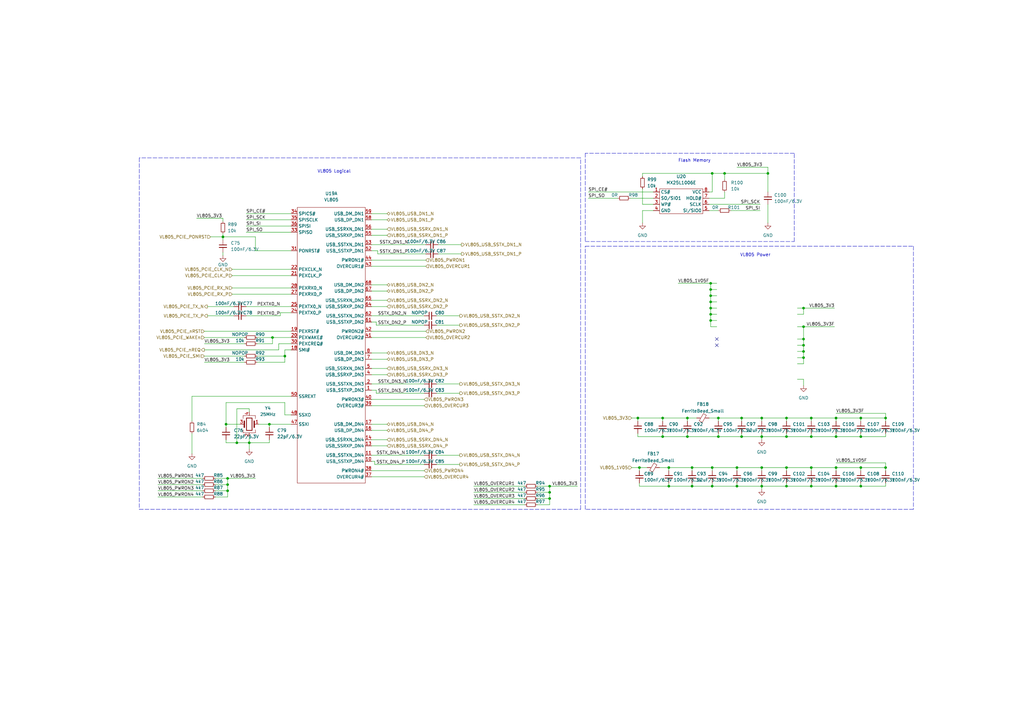
<source format=kicad_sch>
(kicad_sch (version 20211123) (generator eeschema)
  (paper "A3")
  (lib_symbols
    (symbol "Device:Crystal_GND24" (pin_names (offset 1.016) hide)
      (property "Reference" "Y" (at 3.175 5.08 0))
      (property "Value" "Crystal_GND24" (at 3.175 3.175 0))
      (symbol "Crystal_GND24_0_1"
        (rectangle (start -1.143 2.54) (end 1.143 -2.54) (stroke (width 0.3048)))
        (polyline (pts (xy -2.54 0) (xy -2.032 0)))
        (polyline (pts (xy -2.032 -1.27) (xy -2.032 1.27)) (stroke (width 0.508)))
        (polyline (pts (xy 0 -3.81) (xy 0 -3.556)))
        (polyline (pts (xy 0 3.556) (xy 0 3.81)))
        (polyline (pts (xy 2.032 -1.27) (xy 2.032 1.27)) (stroke (width 0.508)))
        (polyline (pts (xy 2.032 0) (xy 2.54 0)))
        (polyline (pts (xy -2.54 -2.286) (xy -2.54 -3.556) (xy 2.54 -3.556) (xy 2.54 -2.286)))
        (polyline (pts (xy -2.54 2.286) (xy -2.54 3.556) (xy 2.54 3.556) (xy 2.54 2.286)))
      )
      (symbol "Crystal_GND24_1_1"
        (pin passive line (at -3.81 0 0) (length 1.27) (name "1") (number "1"))
        (pin passive line (at 0 5.08 270) (length 1.27) (name "2") (number "2"))
        (pin passive line (at 3.81 0 180) (length 1.27) (name "3") (number "3"))
        (pin passive line (at 0 -5.08 90) (length 1.27) (name "4") (number "4"))
      )
    )
    (symbol "Device:FerriteBead_Small" (pin_numbers hide) (pin_names (offset 0))
      (property "Reference" "FB" (at 1.905 1.27 0))
      (property "Value" "FerriteBead_Small" (at 1.905 -1.27 0))
      (symbol "FerriteBead_Small_0_1"
        (polyline (pts (xy 0 -1.27) (xy 0 -0.7874)))
        (polyline (pts (xy 0 0.889) (xy 0 1.2954)))
        (polyline (pts (xy -1.8288 0.2794) (xy -1.1176 1.4986) (xy 1.8288 -0.2032) (xy 1.1176 -1.4224) (xy -1.8288 0.2794)))
      )
      (symbol "FerriteBead_Small_1_1"
        (pin passive line (at 0 2.54 270) (length 1.27) (name "~") (number "1"))
        (pin passive line (at 0 -2.54 90) (length 1.27) (name "~") (number "2"))
      )
    )
    (symbol "VL805_2"
      (property "Reference" "U" (at 0 3.81 0))
      (property "Value" "VL805_2" (at 0 1.27 0))
      (symbol "VL805_2_1_1"
        (rectangle (start -13.97 0) (end 13.97 -113.03) (stroke (width 0.1524)))
        (pin input line (at 16.51 -74.93 180) (length 2.54) (name "USB_SSTXP_DN3") (number "1"))
        (pin input line (at 16.51 -104.14 180) (length 2.54) (name "USB_SSTXP_DN4") (number "10"))
        (pin input line (at 16.51 -101.6 180) (length 2.54) (name "USB_SSTXN_DN4") (number "11"))
        (pin input line (at 16.51 -97.79 180) (length 2.54) (name "USB_SSRXP_DN4") (number "13"))
        (pin input line (at 16.51 -95.25 180) (length 2.54) (name "USB_SSRXN_DN4") (number "14"))
        (pin input line (at 16.51 -91.44 180) (length 2.54) (name "USB_DP_DN4") (number "16"))
        (pin input line (at 16.51 -88.9 180) (length 2.54) (name "USB_DM_DN4") (number "17"))
        (pin input line (at -16.51 -58.42 0) (length 2.54) (name "SMI#") (number "18"))
        (pin input line (at -16.51 -50.8 0) (length 2.54) (name "PEXRST#") (number "19"))
        (pin input line (at 16.51 -72.39 180) (length 2.54) (name "USB_SSTXN_DN3") (number "2"))
        (pin input line (at -16.51 -53.34 0) (length 2.54) (name "PEXWAKE#") (number "20"))
        (pin input line (at -16.51 -27.94 0) (length 2.54) (name "PEXCLK_P") (number "21"))
        (pin input line (at -16.51 -25.4 0) (length 2.54) (name "PEXCLK_N") (number "22"))
        (pin input line (at -16.51 -43.18 0) (length 2.54) (name "PEXTX0_P") (number "24"))
        (pin input line (at -16.51 -40.64 0) (length 2.54) (name "PEXTX0_N") (number "25"))
        (pin input line (at -16.51 -35.56 0) (length 2.54) (name "PEXRX0_P") (number "27"))
        (pin input line (at -16.51 -33.02 0) (length 2.54) (name "PEXRX0_N") (number "28"))
        (pin input line (at -16.51 -55.88 0) (length 2.54) (name "PEXCREQ#") (number "30"))
        (pin input line (at -16.51 -17.78 0) (length 2.54) (name "PONRST#") (number "31"))
        (pin input line (at -16.51 -10.16 0) (length 2.54) (name "SPISO") (number "33"))
        (pin input line (at -16.51 -2.54 0) (length 2.54) (name "SPICS#") (number "34"))
        (pin input line (at -16.51 -5.08 0) (length 2.54) (name "SPISCLK") (number "35"))
        (pin input line (at -16.51 -7.62 0) (length 2.54) (name "SPISI") (number "36"))
        (pin input line (at 16.51 -110.49 180) (length 2.54) (name "OVERCUR4#") (number "37"))
        (pin input line (at 16.51 -107.95 180) (length 2.54) (name "PWRON4#") (number "38"))
        (pin input line (at 16.51 -81.28 180) (length 2.54) (name "OVERCUR3#") (number "39"))
        (pin input line (at 16.51 -68.58 180) (length 2.54) (name "USB_SSRXP_DN3") (number "4"))
        (pin input line (at 16.51 -78.74 180) (length 2.54) (name "PWRON3#") (number "40"))
        (pin input line (at 16.51 -53.34 180) (length 2.54) (name "OVERCUR2#") (number "41"))
        (pin input line (at 16.51 -50.8 180) (length 2.54) (name "PWRON2#") (number "42"))
        (pin input line (at 16.51 -24.13 180) (length 2.54) (name "OVERCUR1#") (number "43"))
        (pin input line (at 16.51 -21.59 180) (length 2.54) (name "PWRON1#") (number "44"))
        (pin input line (at -16.51 -88.9 0) (length 2.54) (name "SSXI") (number "47"))
        (pin input line (at -16.51 -85.09 0) (length 2.54) (name "SSXO") (number "48"))
        (pin input line (at 16.51 -66.04 180) (length 2.54) (name "USB_SSRXN_DN3") (number "5"))
        (pin input line (at -16.51 -77.47 0) (length 2.54) (name "SSREXT") (number "50"))
        (pin input line (at 16.51 -17.78 180) (length 2.54) (name "USB_SSTXP_DN1") (number "52"))
        (pin input line (at 16.51 -15.24 180) (length 2.54) (name "USB_SSTXN_DN1") (number "53"))
        (pin input line (at 16.51 -11.43 180) (length 2.54) (name "USB_SSRXP_DN1") (number "55"))
        (pin input line (at 16.51 -8.89 180) (length 2.54) (name "USB_SSRXN_DN1") (number "56"))
        (pin input line (at 16.51 -5.08 180) (length 2.54) (name "USB_DP_DN1") (number "58"))
        (pin input line (at 16.51 -2.54 180) (length 2.54) (name "USB_DM_DN1") (number "59"))
        (pin input line (at 16.51 -46.99 180) (length 2.54) (name "USB_SSTXP_DN2") (number "61"))
        (pin input line (at 16.51 -44.45 180) (length 2.54) (name "USB_SSTXN_DN2") (number "62"))
        (pin input line (at 16.51 -40.64 180) (length 2.54) (name "USB_SSRXP_DN2") (number "64"))
        (pin input line (at 16.51 -38.1 180) (length 2.54) (name "USB_SSRXN_DN2") (number "65"))
        (pin input line (at 16.51 -34.29 180) (length 2.54) (name "USB_DP_DN2") (number "67"))
        (pin input line (at 16.51 -31.75 180) (length 2.54) (name "USB_DM_DN2") (number "68"))
        (pin input line (at 16.51 -62.23 180) (length 2.54) (name "USB_DP_DN3") (number "7"))
        (pin input line (at 16.51 -59.69 180) (length 2.54) (name "USB_DM_DN3") (number "8"))
      )
      (symbol "VL805_2_2_1"
        (rectangle (start -13.97 0) (end 13.97 -44.45) (stroke (width 0.1524)))
        (pin power_in line (at -16.51 -20.32 0) (length 2.54) (name "VCCA10SSRX34") (number "12"))
        (pin power_in line (at 16.51 -33.02 180) (length 2.54) (name "VCCA33SS34") (number "15"))
        (pin power_in line (at 16.51 -20.32 180) (length 2.54) (name "VCCA33PEX") (number "23"))
        (pin no_connect line (at -16.51 -25.4 0) (length 2.54) (name "NC") (number "26"))
        (pin power_in line (at -16.51 -5.08 0) (length 2.54) (name "VDD") (number "29"))
        (pin power_in line (at -16.51 -17.78 0) (length 2.54) (name "VCCA10SSRX34") (number "3"))
        (pin power_in line (at 16.51 -12.7 180) (length 2.54) (name "VSUS33") (number "32"))
        (pin power_in line (at -16.51 -7.62 0) (length 2.54) (name "VDD") (number "45"))
        (pin power_in line (at 16.51 -15.24 180) (length 2.54) (name "VSUS33") (number "46"))
        (pin power_in line (at 16.51 -35.56 180) (length 2.54) (name "VCCA33SSM") (number "49"))
        (pin input line (at -16.51 -27.94 0) (length 2.54) (name "TESTEN") (number "51"))
        (pin power_in line (at -16.51 -12.7 0) (length 2.54) (name "VCCA10SSRX12") (number "54"))
        (pin power_in line (at 16.51 -25.4 180) (length 2.54) (name "VCCA33S12") (number "57"))
        (pin power_in line (at 16.51 -30.48 180) (length 2.54) (name "VCCA33SS34") (number "6"))
        (pin power_in line (at -16.51 -10.16 0) (length 2.54) (name "VDD") (number "60"))
        (pin power_in line (at -16.51 -15.24 0) (length 2.54) (name "VCCA10SSRX12") (number "63"))
        (pin power_in line (at 16.51 -27.94 180) (length 2.54) (name "VCCA33SS12") (number "66"))
        (pin power_out line (at 16.51 -41.91 180) (length 2.54) (name "GND") (number "69"))
        (pin power_in line (at -16.51 -2.54 0) (length 2.54) (name "VDD") (number "9"))
      )
    )
    (symbol "device:C_Small" (pin_numbers hide) (pin_names (offset 0.254) hide)
      (property "Reference" "C" (at 0.254 1.778 0))
      (property "Value" "C_Small" (at 0.254 -2.032 0))
      (symbol "C_Small_0_1"
        (polyline (pts (xy -1.524 -0.508) (xy 1.524 -0.508)) (stroke (width 0.3302)))
        (polyline (pts (xy -1.524 0.508) (xy 1.524 0.508)) (stroke (width 0.3048)))
      )
      (symbol "C_Small_1_1"
        (pin passive line (at 0 2.54 270) (length 2.032) (name "~") (number "1"))
        (pin passive line (at 0 -2.54 90) (length 2.032) (name "~") (number "2"))
      )
    )
    (symbol "device:R_Small" (pin_numbers hide) (pin_names (offset 0.254) hide)
      (property "Reference" "R" (at 0.762 0.508 0))
      (property "Value" "R_Small" (at 0.762 -1.016 0))
      (symbol "R_Small_0_1"
        (rectangle (start -0.762 1.778) (end 0.762 -1.778) (stroke (width 0.2032)))
      )
      (symbol "R_Small_1_1"
        (pin passive line (at 0 2.54 270) (length 0.762) (name "~") (number "1"))
        (pin passive line (at 0 -2.54 90) (length 0.762) (name "~") (number "2"))
      )
    )
    (symbol "gabriel:MX25L1006E"
      (property "Reference" "U" (at 0 3.81 0))
      (property "Value" "MX25L1006E" (at 0 1.27 0))
      (symbol "MX25L1006E_0_1"
        (rectangle (start -8.89 0) (end 8.89 -10.16) (stroke (width 0.1524)))
      )
      (symbol "MX25L1006E_1_1"
        (pin bidirectional line (at -11.43 -1.27 0) (length 2.54) (name "CS#") (number "1"))
        (pin output line (at -11.43 -3.81 0) (length 2.54) (name "SO/SIO1") (number "2"))
        (pin input line (at -11.43 -6.35 0) (length 2.54) (name "WP#") (number "3"))
        (pin unspecified line (at -11.43 -8.89 0) (length 2.54) (name "GND") (number "4"))
        (pin input line (at 11.43 -8.89 180) (length 2.54) (name "SI/SIO0") (number "5"))
        (pin input line (at 11.43 -6.35 180) (length 2.54) (name "SCLK") (number "6"))
        (pin input line (at 11.43 -3.81 180) (length 2.54) (name "HOLD#") (number "7"))
        (pin power_in line (at 11.43 -1.27 180) (length 2.54) (name "VCC") (number "8"))
      )
    )
    (symbol "power:GND" (power) (pin_names (offset 0))
      (property "Value" "GND" (at 0 -3.81 0))
      (symbol "GND_0_1"
        (polyline (pts (xy 0 0) (xy 0 -1.27) (xy 1.27 -1.27) (xy 0 -2.54) (xy -1.27 -1.27) (xy 0 -1.27)))
      )
      (symbol "GND_1_1"
        (pin power_in line (at 0 0 270) (length 0) hide (name "GND") (number "1"))
      )
    )
  )
  (junction (at 342.9 179.07))
  (junction (at 332.74 191.77))
  (junction (at 329.565 139.065))
  (junction (at 322.58 191.77))
  (junction (at 353.06 171.45))
  (junction (at 262.255 191.77))
  (junction (at 312.42 179.07))
  (junction (at 291.465 126.365))
  (junction (at 93.345 201.295))
  (junction (at 261.62 171.45))
  (junction (at 312.42 191.77))
  (junction (at 93.345 198.755))
  (junction (at 291.465 123.825))
  (junction (at 225.425 204.47))
  (junction (at 302.26 191.77))
  (junction (at 353.06 191.77))
  (junction (at 291.465 121.285))
  (junction (at 363.22 171.45))
  (junction (at 291.465 116.205))
  (junction (at 291.465 131.445))
  (junction (at 97.155 181.61))
  (junction (at 281.94 179.07))
  (junction (at 294.64 171.45))
  (junction (at 329.565 126.365))
  (junction (at 304.165 179.07))
  (junction (at 274.32 191.77))
  (junction (at 342.9 171.45))
  (junction (at 292.1 199.39))
  (junction (at 291.465 118.745))
  (junction (at 292.1 71.12))
  (junction (at 353.06 199.39))
  (junction (at 332.74 171.45))
  (junction (at 329.565 144.145))
  (junction (at 297.18 71.12))
  (junction (at 91.44 97.155))
  (junction (at 329.565 141.605))
  (junction (at 292.1 191.77))
  (junction (at 322.58 179.07))
  (junction (at 271.78 179.07))
  (junction (at 312.42 171.45))
  (junction (at 271.78 171.45))
  (junction (at 314.96 71.12))
  (junction (at 329.565 133.985))
  (junction (at 322.58 199.39))
  (junction (at 225.425 199.39))
  (junction (at 304.165 171.45))
  (junction (at 274.32 199.39))
  (junction (at 111.76 138.43))
  (junction (at 102.235 181.61))
  (junction (at 291.465 128.905))
  (junction (at 281.94 171.45))
  (junction (at 92.71 173.99))
  (junction (at 302.26 199.39))
  (junction (at 363.22 191.77))
  (junction (at 93.345 196.215))
  (junction (at 332.74 199.39))
  (junction (at 353.06 179.07))
  (junction (at 322.58 171.45))
  (junction (at 225.425 201.93))
  (junction (at 283.845 199.39))
  (junction (at 329.565 146.685))
  (junction (at 116.84 146.05))
  (junction (at 342.9 199.39))
  (junction (at 110.49 173.99))
  (junction (at 312.42 199.39))
  (junction (at 283.845 191.77))
  (junction (at 294.64 179.07))
  (junction (at 342.9 191.77))
  (junction (at 332.74 179.07))
  (no_connect (at 294.005 141.605))
  (no_connect (at 294.005 139.065))
  (wire (pts (xy 152.4 195.58) (xy 173.99 195.58)))
  (wire (pts (xy 283.845 191.77) (xy 274.32 191.77)))
  (wire (pts (xy 274.32 191.77) (xy 274.32 193.04)))
  (wire (pts (xy 283.845 193.04) (xy 283.845 191.77)))
  (wire (pts (xy 116.84 146.05) (xy 116.84 148.59)))
  (wire (pts (xy 105.41 148.59) (xy 116.84 148.59)))
  (wire (pts (xy 116.84 143.51) (xy 116.84 146.05)))
  (wire (pts (xy 152.4 129.54) (xy 173.99 129.54)))
  (wire (pts (xy 152.4 138.43) (xy 174.625 138.43)))
  (wire (pts (xy 158.75 90.17) (xy 152.4 90.17)))
  (wire (pts (xy 105.41 140.97) (xy 111.76 140.97)))
  (wire (pts (xy 111.76 138.43) (xy 111.76 140.97)))
  (wire (pts (xy 332.74 191.77) (xy 332.74 193.04)))
  (wire (pts (xy 353.06 198.12) (xy 353.06 199.39)))
  (wire (pts (xy 100.965 92.71) (xy 119.38 92.71)))
  (wire (pts (xy 102.235 179.07) (xy 102.235 181.61)))
  (wire (pts (xy 312.42 191.77) (xy 312.42 193.04)))
  (wire (pts (xy 97.155 167.64) (xy 97.155 181.61)))
  (wire (pts (xy 95.25 120.65) (xy 119.38 120.65)))
  (wire (pts (xy 304.165 179.07) (xy 312.42 179.07)))
  (wire (pts (xy 304.165 177.8) (xy 304.165 179.07)))
  (wire (pts (xy 83.82 140.97) (xy 100.33 140.97)))
  (wire (pts (xy 297.18 71.12) (xy 314.96 71.12)))
  (wire (pts (xy 154.305 160.02) (xy 154.305 161.29)))
  (wire (pts (xy 152.4 160.02) (xy 154.305 160.02)))
  (wire (pts (xy 154.305 161.29) (xy 173.99 161.29)))
  (wire (pts (xy 93.345 196.215) (xy 104.775 196.215)))
  (wire (pts (xy 92.71 173.99) (xy 98.425 173.99)))
  (wire (pts (xy 314.96 68.58) (xy 314.96 71.12)))
  (wire (pts (xy 314.96 78.74) (xy 314.96 71.12)))
  (wire (pts (xy 292.1 198.12) (xy 292.1 199.39)))
  (wire (pts (xy 83.82 138.43) (xy 100.33 138.43)))
  (wire (pts (xy 327.025 126.365) (xy 329.565 126.365)))
  (wire (pts (xy 329.565 126.365) (xy 342.265 126.365)))
  (wire (pts (xy 322.58 191.77) (xy 332.74 191.77)))
  (polyline (pts (xy 240.03 99.06) (xy 325.755 99.06)))
  (wire (pts (xy 258.445 81.28) (xy 267.97 81.28)))
  (polyline (pts (xy 325.755 62.865) (xy 240.03 62.865)))
  (wire (pts (xy 158.75 176.53) (xy 152.4 176.53)))
  (wire (pts (xy 283.845 199.39) (xy 283.845 198.12)))
  (wire (pts (xy 274.32 199.39) (xy 283.845 199.39)))
  (wire (pts (xy 274.32 198.12) (xy 274.32 199.39)))
  (wire (pts (xy 95.25 110.49) (xy 119.38 110.49)))
  (wire (pts (xy 91.44 103.505) (xy 91.44 104.775)))
  (wire (pts (xy 88.265 201.295) (xy 93.345 201.295)))
  (wire (pts (xy 104.775 97.155) (xy 91.44 97.155)))
  (wire (pts (xy 104.775 102.87) (xy 104.775 97.155)))
  (wire (pts (xy 173.99 133.35) (xy 154.305 133.35)))
  (wire (pts (xy 154.305 133.35) (xy 154.305 132.08)))
  (wire (pts (xy 154.305 132.08) (xy 152.4 132.08)))
  (wire (pts (xy 179.07 129.54) (xy 188.595 129.54)))
  (wire (pts (xy 194.31 199.39) (xy 215.265 199.39)))
  (wire (pts (xy 64.77 201.295) (xy 83.185 201.295)))
  (wire (pts (xy 119.38 170.18) (xy 116.84 170.18)))
  (wire (pts (xy 100.965 95.25) (xy 119.38 95.25)))
  (wire (pts (xy 302.26 198.12) (xy 302.26 199.39)))
  (wire (pts (xy 332.74 177.8) (xy 332.74 179.07)))
  (wire (pts (xy 291.465 133.985) (xy 291.465 131.445)))
  (wire (pts (xy 294.005 133.985) (xy 291.465 133.985)))
  (wire (pts (xy 291.465 116.205) (xy 294.005 116.205)))
  (wire (pts (xy 291.465 123.825) (xy 291.465 121.285)))
  (wire (pts (xy 291.465 121.285) (xy 291.465 118.745)))
  (wire (pts (xy 291.465 118.745) (xy 291.465 116.205)))
  (wire (pts (xy 291.465 126.365) (xy 291.465 123.825)))
  (wire (pts (xy 291.465 131.445) (xy 291.465 128.905)))
  (wire (pts (xy 291.465 128.905) (xy 291.465 126.365)))
  (wire (pts (xy 322.58 199.39) (xy 312.42 199.39)))
  (wire (pts (xy 158.75 116.84) (xy 152.4 116.84)))
  (wire (pts (xy 304.165 171.45) (xy 304.165 172.72)))
  (wire (pts (xy 152.4 100.33) (xy 174.625 100.33)))
  (wire (pts (xy 291.465 121.285) (xy 294.005 121.285)))
  (polyline (pts (xy 374.65 100.965) (xy 374.65 208.915)))
  (wire (pts (xy 95.25 118.11) (xy 119.38 118.11)))
  (polyline (pts (xy 325.755 99.06) (xy 325.755 62.865)))
  (wire (pts (xy 179.07 157.48) (xy 188.595 157.48)))
  (wire (pts (xy 322.58 191.77) (xy 322.58 193.04)))
  (wire (pts (xy 312.42 179.07) (xy 312.42 180.34)))
  (wire (pts (xy 312.42 177.8) (xy 312.42 179.07)))
  (wire (pts (xy 152.4 109.22) (xy 174.625 109.22)))
  (wire (pts (xy 110.49 181.61) (xy 110.49 180.34)))
  (polyline (pts (xy 57.15 208.915) (xy 238.125 208.915)))
  (wire (pts (xy 83.82 135.89) (xy 119.38 135.89)))
  (wire (pts (xy 327.025 144.145) (xy 329.565 144.145)))
  (wire (pts (xy 88.265 198.755) (xy 93.345 198.755)))
  (wire (pts (xy 342.9 177.8) (xy 342.9 179.07)))
  (wire (pts (xy 329.565 139.065) (xy 329.565 141.605)))
  (wire (pts (xy 329.565 133.985) (xy 327.025 133.985)))
  (wire (pts (xy 329.565 139.065) (xy 329.565 133.985)))
  (wire (pts (xy 327.025 139.065) (xy 329.565 139.065)))
  (wire (pts (xy 302.26 199.39) (xy 292.1 199.39)))
  (wire (pts (xy 152.4 157.48) (xy 173.99 157.48)))
  (wire (pts (xy 322.58 171.45) (xy 322.58 172.72)))
  (wire (pts (xy 297.18 81.28) (xy 297.18 78.74)))
  (wire (pts (xy 64.77 203.835) (xy 83.185 203.835)))
  (wire (pts (xy 158.75 93.98) (xy 152.4 93.98)))
  (wire (pts (xy 353.06 177.8) (xy 353.06 179.07)))
  (wire (pts (xy 102.235 167.64) (xy 97.155 167.64)))
  (wire (pts (xy 312.42 171.45) (xy 322.58 171.45)))
  (wire (pts (xy 332.74 171.45) (xy 342.9 171.45)))
  (wire (pts (xy 322.58 171.45) (xy 332.74 171.45)))
  (wire (pts (xy 363.22 171.45) (xy 363.22 172.72)))
  (wire (pts (xy 353.06 171.45) (xy 363.22 171.45)))
  (wire (pts (xy 342.9 171.45) (xy 353.06 171.45)))
  (wire (pts (xy 332.74 199.39) (xy 322.58 199.39)))
  (wire (pts (xy 292.1 71.12) (xy 297.18 71.12)))
  (wire (pts (xy 363.22 199.39) (xy 353.06 199.39)))
  (wire (pts (xy 363.22 198.12) (xy 363.22 199.39)))
  (wire (pts (xy 353.06 199.39) (xy 342.9 199.39)))
  (wire (pts (xy 270.51 191.77) (xy 274.32 191.77)))
  (wire (pts (xy 263.525 86.36) (xy 263.525 91.44)))
  (wire (pts (xy 312.42 199.39) (xy 312.42 200.66)))
  (wire (pts (xy 97.155 181.61) (xy 102.235 181.61)))
  (wire (pts (xy 158.75 125.73) (xy 152.4 125.73)))
  (wire (pts (xy 302.26 68.58) (xy 314.96 68.58)))
  (wire (pts (xy 92.71 165.1) (xy 92.71 173.99)))
  (wire (pts (xy 152.4 163.83) (xy 173.99 163.83)))
  (wire (pts (xy 78.74 172.72) (xy 78.74 162.56)))
  (wire (pts (xy 78.74 162.56) (xy 119.38 162.56)))
  (wire (pts (xy 267.97 86.36) (xy 263.525 86.36)))
  (wire (pts (xy 294.64 171.45) (xy 294.64 172.72)))
  (wire (pts (xy 158.75 147.32) (xy 152.4 147.32)))
  (wire (pts (xy 220.345 201.93) (xy 225.425 201.93)))
  (wire (pts (xy 158.75 87.63) (xy 152.4 87.63)))
  (wire (pts (xy 342.9 191.77) (xy 342.9 193.04)))
  (wire (pts (xy 259.08 191.77) (xy 262.255 191.77)))
  (wire (pts (xy 342.9 198.12) (xy 342.9 199.39)))
  (wire (pts (xy 271.78 171.45) (xy 281.94 171.45)))
  (wire (pts (xy 281.94 171.45) (xy 285.75 171.45)))
  (wire (pts (xy 261.62 177.8) (xy 261.62 179.07)))
  (wire (pts (xy 312.42 191.77) (xy 322.58 191.77)))
  (wire (pts (xy 241.3 81.28) (xy 253.365 81.28)))
  (wire (pts (xy 290.83 81.28) (xy 297.18 81.28)))
  (wire (pts (xy 353.06 191.77) (xy 353.06 193.04)))
  (wire (pts (xy 225.425 201.93) (xy 225.425 199.39)))
  (wire (pts (xy 105.41 138.43) (xy 111.76 138.43)))
  (wire (pts (xy 152.4 193.04) (xy 173.99 193.04)))
  (wire (pts (xy 179.07 133.35) (xy 188.595 133.35)))
  (wire (pts (xy 290.83 78.74) (xy 292.1 78.74)))
  (wire (pts (xy 262.255 193.04) (xy 262.255 191.77)))
  (wire (pts (xy 262.255 191.77) (xy 265.43 191.77)))
  (wire (pts (xy 225.425 207.01) (xy 225.425 204.47)))
  (wire (pts (xy 114.935 128.27) (xy 114.935 129.54)))
  (wire (pts (xy 119.38 128.27) (xy 114.935 128.27)))
  (wire (pts (xy 114.935 129.54) (xy 100.965 129.54)))
  (wire (pts (xy 119.38 138.43) (xy 111.76 138.43)))
  (wire (pts (xy 83.82 146.05) (xy 100.33 146.05)))
  (wire (pts (xy 292.1 191.77) (xy 302.26 191.77)))
  (wire (pts (xy 102.235 181.61) (xy 102.235 184.15)))
  (wire (pts (xy 119.38 140.97) (xy 114.3 140.97)))
  (wire (pts (xy 114.3 140.97) (xy 114.3 143.51)))
  (wire (pts (xy 114.3 143.51) (xy 83.82 143.51)))
  (wire (pts (xy 263.525 83.82) (xy 263.525 77.47)))
  (wire (pts (xy 85.09 125.73) (xy 95.885 125.73)))
  (wire (pts (xy 363.22 171.45) (xy 363.22 169.545)))
  (wire (pts (xy 363.22 169.545) (xy 342.9 169.545)))
  (wire (pts (xy 267.97 83.82) (xy 263.525 83.82)))
  (wire (pts (xy 283.845 199.39) (xy 292.1 199.39)))
  (wire (pts (xy 158.75 96.52) (xy 152.4 96.52)))
  (wire (pts (xy 173.99 190.5) (xy 153.67 190.5)))
  (wire (pts (xy 153.67 190.5) (xy 153.67 189.23)))
  (wire (pts (xy 153.67 189.23) (xy 152.4 189.23)))
  (wire (pts (xy 342.9 171.45) (xy 342.9 172.72)))
  (wire (pts (xy 91.44 97.155) (xy 91.44 98.425)))
  (wire (pts (xy 91.44 95.885) (xy 91.44 97.155)))
  (wire (pts (xy 314.96 83.82) (xy 314.96 91.44)))
  (wire (pts (xy 106.045 173.99) (xy 110.49 173.99)))
  (wire (pts (xy 332.74 191.77) (xy 342.9 191.77)))
  (wire (pts (xy 225.425 199.39) (xy 220.345 199.39)))
  (wire (pts (xy 100.965 90.17) (xy 119.38 90.17)))
  (wire (pts (xy 110.49 173.99) (xy 110.49 175.26)))
  (wire (pts (xy 158.75 151.13) (xy 152.4 151.13)))
  (wire (pts (xy 102.235 168.91) (xy 102.235 167.64)))
  (wire (pts (xy 179.07 186.69) (xy 188.595 186.69)))
  (wire (pts (xy 291.465 118.745) (xy 294.005 118.745)))
  (wire (pts (xy 179.07 161.29) (xy 188.595 161.29)))
  (wire (pts (xy 64.77 196.215) (xy 83.185 196.215)))
  (wire (pts (xy 322.58 198.12) (xy 322.58 199.39)))
  (wire (pts (xy 110.49 173.99) (xy 119.38 173.99)))
  (wire (pts (xy 225.425 199.39) (xy 236.855 199.39)))
  (wire (pts (xy 353.06 171.45) (xy 353.06 172.72)))
  (wire (pts (xy 100.965 87.63) (xy 119.38 87.63)))
  (wire (pts (xy 259.08 171.45) (xy 261.62 171.45)))
  (wire (pts (xy 322.58 177.8) (xy 322.58 179.07)))
  (wire (pts (xy 262.255 198.12) (xy 262.255 199.39)))
  (wire (pts (xy 262.255 199.39) (xy 274.32 199.39)))
  (polyline (pts (xy 240.03 100.965) (xy 374.65 100.965)))
  (wire (pts (xy 281.94 171.45) (xy 281.94 172.72)))
  (wire (pts (xy 225.425 204.47) (xy 225.425 201.93)))
  (wire (pts (xy 158.75 180.34) (xy 152.4 180.34)))
  (wire (pts (xy 85.09 129.54) (xy 95.885 129.54)))
  (wire (pts (xy 329.565 144.145) (xy 329.565 146.685)))
  (wire (pts (xy 327.025 141.605) (xy 329.565 141.605)))
  (wire (pts (xy 329.565 141.605) (xy 329.565 144.145)))
  (wire (pts (xy 329.565 146.685) (xy 329.565 149.225)))
  (wire (pts (xy 102.235 181.61) (xy 110.49 181.61)))
  (wire (pts (xy 92.71 173.99) (xy 92.71 175.26)))
  (wire (pts (xy 158.75 119.38) (xy 152.4 119.38)))
  (wire (pts (xy 304.165 171.45) (xy 312.42 171.45)))
  (wire (pts (xy 290.83 171.45) (xy 294.64 171.45)))
  (wire (pts (xy 294.64 171.45) (xy 304.165 171.45)))
  (polyline (pts (xy 238.125 64.77) (xy 57.15 64.77)))
  (wire (pts (xy 83.82 148.59) (xy 100.33 148.59)))
  (wire (pts (xy 332.74 171.45) (xy 332.74 172.72)))
  (wire (pts (xy 158.75 182.88) (xy 152.4 182.88)))
  (wire (pts (xy 263.525 72.39) (xy 263.525 71.12)))
  (wire (pts (xy 179.705 104.14) (xy 189.23 104.14)))
  (wire (pts (xy 152.4 135.89) (xy 174.625 135.89)))
  (wire (pts (xy 302.26 191.77) (xy 302.26 193.04)))
  (wire (pts (xy 92.71 180.34) (xy 92.71 181.61)))
  (wire (pts (xy 158.75 123.19) (xy 152.4 123.19)))
  (wire (pts (xy 64.77 198.755) (xy 83.185 198.755)))
  (wire (pts (xy 158.75 153.67) (xy 152.4 153.67)))
  (wire (pts (xy 116.84 165.1) (xy 92.71 165.1)))
  (wire (pts (xy 342.9 199.39) (xy 332.74 199.39)))
  (wire (pts (xy 194.31 204.47) (xy 215.265 204.47)))
  (wire (pts (xy 291.465 126.365) (xy 294.005 126.365)))
  (wire (pts (xy 104.775 102.87) (xy 119.38 102.87)))
  (wire (pts (xy 290.83 86.36) (xy 294.64 86.36)))
  (wire (pts (xy 116.84 170.18) (xy 116.84 165.1)))
  (wire (pts (xy 95.25 113.03) (xy 119.38 113.03)))
  (wire (pts (xy 292.1 193.04) (xy 292.1 191.77)))
  (wire (pts (xy 329.565 155.575) (xy 329.565 158.115)))
  (wire (pts (xy 327.025 155.575) (xy 329.565 155.575)))
  (wire (pts (xy 194.31 201.93) (xy 215.265 201.93)))
  (wire (pts (xy 363.22 191.77) (xy 353.06 191.77)))
  (wire (pts (xy 363.22 193.04) (xy 363.22 191.77)))
  (wire (pts (xy 353.06 191.77) (xy 342.9 191.77)))
  (wire (pts (xy 92.71 181.61) (xy 97.155 181.61)))
  (wire (pts (xy 271.78 172.72) (xy 271.78 171.45)))
  (wire (pts (xy 271.78 171.45) (xy 261.62 171.45)))
  (wire (pts (xy 261.62 171.45) (xy 261.62 172.72)))
  (wire (pts (xy 158.75 173.99) (xy 152.4 173.99)))
  (wire (pts (xy 291.465 128.905) (xy 294.005 128.905)))
  (polyline (pts (xy 57.15 64.77) (xy 57.15 208.915)))
  (wire (pts (xy 294.64 179.07) (xy 304.165 179.07)))
  (wire (pts (xy 263.525 71.12) (xy 292.1 71.12)))
  (wire (pts (xy 152.4 166.37) (xy 173.99 166.37)))
  (wire (pts (xy 283.845 191.77) (xy 292.1 191.77)))
  (wire (pts (xy 332.74 198.12) (xy 332.74 199.39)))
  (wire (pts (xy 291.465 123.825) (xy 294.005 123.825)))
  (wire (pts (xy 158.75 144.78) (xy 152.4 144.78)))
  (polyline (pts (xy 238.125 208.915) (xy 238.125 64.77)))
  (wire (pts (xy 327.025 146.685) (xy 329.565 146.685)))
  (wire (pts (xy 152.4 186.69) (xy 173.99 186.69)))
  (wire (pts (xy 290.83 83.82) (xy 311.785 83.82)))
  (wire (pts (xy 86.36 97.155) (xy 91.44 97.155)))
  (wire (pts (xy 179.705 100.33) (xy 189.23 100.33)))
  (wire (pts (xy 271.78 177.8) (xy 271.78 179.07)))
  (wire (pts (xy 271.78 179.07) (xy 261.62 179.07)))
  (wire (pts (xy 78.74 177.8) (xy 78.74 186.055)))
  (wire (pts (xy 291.465 131.445) (xy 294.005 131.445)))
  (wire (pts (xy 299.72 86.36) (xy 311.785 86.36)))
  (polyline (pts (xy 240.03 208.915) (xy 240.03 100.965)))
  (polyline (pts (xy 374.65 208.915) (xy 240.03 208.915)))
  (wire (pts (xy 220.345 207.01) (xy 225.425 207.01)))
  (wire (pts (xy 119.38 143.51) (xy 116.84 143.51)))
  (wire (pts (xy 281.94 177.8) (xy 281.94 179.07)))
  (wire (pts (xy 152.4 106.68) (xy 174.625 106.68)))
  (wire (pts (xy 220.345 204.47) (xy 225.425 204.47)))
  (wire (pts (xy 292.1 78.74) (xy 292.1 71.12)))
  (wire (pts (xy 342.265 133.985) (xy 329.565 133.985)))
  (wire (pts (xy 91.44 89.535) (xy 80.645 89.535)))
  (wire (pts (xy 91.44 90.805) (xy 91.44 89.535)))
  (wire (pts (xy 100.965 125.73) (xy 119.38 125.73)))
  (wire (pts (xy 327.025 128.905) (xy 329.565 128.905)))
  (wire (pts (xy 329.565 128.905) (xy 329.565 126.365)))
  (wire (pts (xy 302.26 191.77) (xy 312.42 191.77)))
  (wire (pts (xy 312.42 198.12) (xy 312.42 199.39)))
  (wire (pts (xy 312.42 172.72) (xy 312.42 171.45)))
  (wire (pts (xy 327.025 149.225) (xy 329.565 149.225)))
  (wire (pts (xy 363.22 191.77) (xy 363.22 189.865)))
  (wire (pts (xy 363.22 189.865) (xy 342.9 189.865)))
  (wire (pts (xy 297.18 71.12) (xy 297.18 73.66)))
  (wire (pts (xy 322.58 179.07) (xy 312.42 179.07)))
  (wire (pts (xy 332.74 179.07) (xy 322.58 179.07)))
  (wire (pts (xy 342.9 179.07) (xy 332.74 179.07)))
  (wire (pts (xy 363.22 179.07) (xy 353.06 179.07)))
  (wire (pts (xy 363.22 177.8) (xy 363.22 179.07)))
  (wire (pts (xy 353.06 179.07) (xy 342.9 179.07)))
  (wire (pts (xy 154.94 104.14) (xy 174.625 104.14)))
  (wire (pts (xy 152.4 102.87) (xy 154.94 102.87)))
  (wire (pts (xy 154.94 102.87) (xy 154.94 104.14)))
  (polyline (pts (xy 240.03 62.865) (xy 240.03 99.06)))
  (wire (pts (xy 179.07 190.5) (xy 188.595 190.5)))
  (wire (pts (xy 281.94 179.07) (xy 271.78 179.07)))
  (wire (pts (xy 294.64 179.07) (xy 281.94 179.07)))
  (wire (pts (xy 294.64 177.8) (xy 294.64 179.07)))
  (wire (pts (xy 105.41 146.05) (xy 116.84 146.05)))
  (wire (pts (xy 241.3 78.74) (xy 267.97 78.74)))
  (wire (pts (xy 93.345 196.215) (xy 88.265 196.215)))
  (wire (pts (xy 93.345 201.295) (xy 93.345 198.755)))
  (wire (pts (xy 93.345 198.755) (xy 93.345 196.215)))
  (wire (pts (xy 93.345 203.835) (xy 93.345 201.295)))
  (wire (pts (xy 88.265 203.835) (xy 93.345 203.835)))
  (wire (pts (xy 194.31 207.01) (xy 215.265 207.01)))
  (wire (pts (xy 291.465 116.205) (xy 278.13 116.205)))
  (wire (pts (xy 312.42 199.39) (xy 302.26 199.39)))
  (text "VL805 Logical" (at 130.175 71.12 0) (effects (font (size 1.27 1.27)) (justify left bottom)))
  (text "VL805 Power" (at 303.53 105.41 0) (effects (font (size 1.27 1.27)) (justify left bottom)))
  (text "Flash Memory" (at 278.13 66.675 0) (effects (font (size 1.27 1.27)) (justify left bottom)))
  (label "VL805_OVERCUR4" (at 194.31 207.01 0))
  (label "SSTX_DN2_N" (at 154.94 129.54 0))
  (label "SSTX_DN2_P" (at 154.94 133.35 0))
  (label "SPI_SCK" (at 100.965 90.17 0))
  (label "SPI_SCK" (at 311.785 83.82 180))
  (label "VL805_1V05F" (at 278.13 116.205 0))
  (label "SPI_SI" (at 311.785 86.36 180))
  (label "PEXTX0_P" (at 105.41 129.54 0))
  (label "SSTX_DN4_N" (at 154.305 186.69 0))
  (label "SPI_SO" (at 241.3 81.28 0))
  (label "VL805_3V3" (at 342.265 126.365 180))
  (label "SPI_CE#" (at 100.965 87.63 0))
  (label "VL805_OVERCUR3" (at 194.31 204.47 0))
  (label "VL805_PWRON4" (at 64.77 203.835 0))
  (label "VL805_3V3" (at 83.82 140.97 0))
  (label "VL805_3V3" (at 83.82 148.59 0))
  (label "PEXTX0_N" (at 105.41 125.73 0))
  (label "VL805_PWRON1" (at 64.77 196.215 0))
  (label "VL805_1V05F" (at 342.9 189.865 0))
  (label "VL805_PWRON2" (at 64.77 198.755 0))
  (label "VL805_3V3" (at 302.26 68.58 0))
  (label "SSTX_DN1_N" (at 155.575 100.33 0))
  (label "SSTX_DN3_N" (at 154.94 157.48 0))
  (label "SPI_CE#" (at 241.3 78.74 0))
  (label "VL805_3V3" (at 236.855 199.39 180))
  (label "VL805_OVERCUR1" (at 194.31 199.39 0))
  (label "VL805_3V3" (at 104.775 196.215 180))
  (label "VL805_3V3F" (at 342.265 133.985 180))
  (label "VL805_OVERCUR2" (at 194.31 201.93 0))
  (label "SPI_SI" (at 100.965 92.71 0))
  (label "VL805_3V3F" (at 342.9 169.545 0))
  (label "SSTX_DN4_P" (at 154.305 190.5 0))
  (label "VL805_PWRON3" (at 64.77 201.295 0))
  (label "SSTX_DN3_P" (at 154.94 161.29 0))
  (label "VL805_3V3" (at 80.645 89.535 0))
  (label "SPI_SO" (at 100.965 95.25 0))
  (label "SSTX_DN1_P" (at 155.575 104.14 0))
  (hierarchical_label "VL805_USB_DN1_N" (shape bidirectional) (at 158.75 87.63 0))
  (hierarchical_label "VL805_PCIE_nRST" (shape input) (at 83.82 135.89 180))
  (hierarchical_label "VL805_USB_DN2_P" (shape bidirectional) (at 158.75 119.38 0))
  (hierarchical_label "VL805_USB_SSRX_DN4_N" (shape input) (at 158.75 180.34 0))
  (hierarchical_label "VL805_PCIE_WAKEn" (shape input) (at 83.82 138.43 180))
  (hierarchical_label "VL805_USB_SSTX_DN2_P" (shape output) (at 188.595 133.35 0))
  (hierarchical_label "VL805_USB_DN4_N" (shape bidirectional) (at 158.75 173.99 0))
  (hierarchical_label "VL805_USB_SSTX_DN4_N" (shape output) (at 188.595 186.69 0))
  (hierarchical_label "VL805_USB_SSTX_DN2_N" (shape output) (at 188.595 129.54 0))
  (hierarchical_label "VL805_PWRON1" (shape input) (at 174.625 106.68 0))
  (hierarchical_label "VL805_USB_SSRX_DN3_P" (shape input) (at 158.75 153.67 0))
  (hierarchical_label "VL805_USB_SSTX_DN4_P" (shape output) (at 188.595 190.5 0))
  (hierarchical_label "VL805_PWRON2" (shape input) (at 174.625 135.89 0))
  (hierarchical_label "VL805_USB_SSRX_DN1_P" (shape input) (at 158.75 96.52 0))
  (hierarchical_label "VL805_USB_DN4_P" (shape bidirectional) (at 158.75 176.53 0))
  (hierarchical_label "VL805_USB_SSRX_DN1_N" (shape input) (at 158.75 93.98 0))
  (hierarchical_label "VL805_USB_DN2_N" (shape bidirectional) (at 158.75 116.84 0))
  (hierarchical_label "VL805_USB_SSRX_DN3_N" (shape input) (at 158.75 151.13 0))
  (hierarchical_label "VL805_PCIE_TX_P" (shape output) (at 85.09 129.54 180))
  (hierarchical_label "VL805_OVERCUR4" (shape input) (at 173.99 195.58 0))
  (hierarchical_label "VL805_USB_SSTX_DN3_P" (shape output) (at 188.595 161.29 0))
  (hierarchical_label "VL805_USB_DN1_P" (shape bidirectional) (at 158.75 90.17 0))
  (hierarchical_label "VL805_USB_SSTX_DN1_P" (shape output) (at 189.23 104.14 0))
  (hierarchical_label "VL805_PCIE_CLK_P" (shape input) (at 95.25 113.03 180))
  (hierarchical_label "VL805_USB_SSRX_DN2_N" (shape input) (at 158.75 123.19 0))
  (hierarchical_label "VL805_USB_SSTX_DN3_N" (shape output) (at 188.595 157.48 0))
  (hierarchical_label "VL805_PCIE_CLK_N" (shape input) (at 95.25 110.49 180))
  (hierarchical_label "VL805_PWRON3" (shape input) (at 173.99 163.83 0))
  (hierarchical_label "VL805_PCIE_RX_N" (shape input) (at 95.25 118.11 180))
  (hierarchical_label "VL805_3V3" (shape input) (at 259.08 171.45 180))
  (hierarchical_label "VL805_PCIE_SMI" (shape input) (at 83.82 146.05 180))
  (hierarchical_label "VL805_OVERCUR1" (shape input) (at 174.625 109.22 0))
  (hierarchical_label "VL805_PCIE_PONRST" (shape input) (at 86.36 97.155 180))
  (hierarchical_label "VL805_1V05" (shape input) (at 259.08 191.77 180))
  (hierarchical_label "VL805_USB_SSTX_DN1_N" (shape output) (at 189.23 100.33 0))
  (hierarchical_label "VL805_PCIE_TX_N" (shape output) (at 85.09 125.73 180))
  (hierarchical_label "VL805_PWRON4" (shape input) (at 173.99 193.04 0))
  (hierarchical_label "VL805_OVERCUR2" (shape input) (at 174.625 138.43 0))
  (hierarchical_label "VL805_USB_SSRX_DN2_P" (shape input) (at 158.75 125.73 0))
  (hierarchical_label "VL805_USB_SSRX_DN4_P" (shape input) (at 158.75 182.88 0))
  (hierarchical_label "VL805_USB_DN3_P" (shape bidirectional) (at 158.75 147.32 0))
  (hierarchical_label "VL805_PCIE_RX_P" (shape input) (at 95.25 120.65 180))
  (hierarchical_label "VL805_PCIE_nREQ" (shape output) (at 83.82 143.51 180))
  (hierarchical_label "VL805_OVERCUR3" (shape input) (at 173.99 166.37 0))
  (hierarchical_label "VL805_USB_DN3_N" (shape bidirectional) (at 158.75 144.78 0))
  (symbol (lib_id "power:GND") (at 329.565 158.115 0) (unit 1)
    (property "Reference" "#PWR087" (effects hide))
    (property "Value" "GND" (at 329.565 163.195 0))
  )
  (symbol (lib_id "device:C_Small") (at 292.1 195.58 0) (unit 1)
    (property "Reference" "C94" (at 294.64 194.3162 0) (effects (justify left)))
    (property "Value" "100nF/6.3V" (at 294.64 196.8562 0) (effects (justify left)))
    (property "Footprint" "Capacitor_SMD:C_0402_1005Metric" (effects hide))
  )
  (symbol (lib_id "power:GND") (at 102.235 184.15 0) (unit 1)
    (property "Reference" "#PWR082" (effects hide))
    (property "Value" "GND" (at 102.235 189.23 0))
  )
  (symbol (lib_id "device:R_Small") (at 297.18 86.36 90) (unit 1)
    (property "Reference" "R101" (at 300.99 85.09 90))
    (property "Value" "0R" (at 293.37 85.09 90))
    (property "Footprint" "Resistor_SMD:R_0402_1005Metric" (effects hide))
  )
  (symbol (lib_id "device:C_Small") (at 262.255 195.58 0) (unit 1)
    (property "Reference" "C89" (at 264.16 194.31 0) (effects (justify left)))
    (property "Value" "100nF/6.3V" (at 264.16 196.85 0) (effects (justify left)))
    (property "Footprint" "Capacitor_SMD:C_0402_1005Metric" (effects hide))
  )
  (symbol (lib_id "device:R_Small") (at 85.725 201.295 90) (unit 1)
    (property "Reference" "R87" (at 89.535 200.025 90))
    (property "Value" "4k7" (at 81.915 200.025 90))
    (property "Footprint" "Resistor_SMD:R_0402_1005Metric" (effects hide))
  )
  (symbol (lib_id "device:R_Small") (at 217.805 201.93 90) (unit 1)
    (property "Reference" "R95" (at 221.615 200.66 90))
    (property "Value" "4k7" (at 213.995 200.66 90))
    (property "Footprint" "Resistor_SMD:R_0402_1005Metric" (effects hide))
  )
  (symbol (lib_id "device:C_Small") (at 363.22 195.58 0) (unit 1)
    (property "Reference" "C110" (at 365.76 194.3162 0) (effects (justify left)))
    (property "Value" "100nF/6.3V" (at 365.76 196.8562 0) (effects (justify left)))
    (property "Footprint" "Capacitor_SMD:C_0402_1005Metric" (effects hide))
  )
  (symbol (lib_id "device:C_Small") (at 322.58 195.58 0) (unit 1)
    (property "Reference" "C102" (at 325.12 194.3162 0) (effects (justify left)))
    (property "Value" "100nF/6.3V" (at 325.12 196.8562 0) (effects (justify left)))
    (property "Footprint" "Capacitor_SMD:C_0402_1005Metric" (effects hide))
  )
  (symbol (lib_id "device:R_Small") (at 85.725 203.835 90) (unit 1)
    (property "Reference" "R88" (at 89.535 202.565 90))
    (property "Value" "4k7" (at 81.915 202.565 90))
    (property "Footprint" "Resistor_SMD:R_0402_1005Metric" (effects hide))
  )
  (symbol (lib_id "power:GND") (at 91.44 104.775 0) (unit 1)
    (property "Reference" "#PWR081" (effects hide))
    (property "Value" "GND" (at 91.44 108.585 0))
  )
  (symbol (lib_id "device:C_Small") (at 176.53 186.69 90) (unit 1)
    (property "Reference" "C84" (at 180.34 185.42 90))
    (property "Value" "100nF/6.3V" (at 172.085 185.42 90))
    (property "Footprint" "Capacitor_SMD:C_0402_1005Metric" (effects hide))
    (property "OBS" "100nF/6.3V" (effects hide))
  )
  (symbol (lib_id "device:C_Small") (at 274.32 195.58 0) (unit 1)
    (property "Reference" "C91" (at 276.225 194.31 0) (effects (justify left)))
    (property "Value" "100nF/6.3V" (at 276.225 196.85 0) (effects (justify left)))
    (property "Footprint" "Capacitor_SMD:C_0402_1005Metric" (effects hide))
  )
  (symbol (lib_id "device:R_Small") (at 297.18 76.2 0) (unit 1)
    (property "Reference" "R100" (at 299.72 74.9299 0) (effects (justify left)))
    (property "Value" "10k" (at 299.72 77.4699 0) (effects (justify left)))
    (property "Footprint" "Resistor_SMD:R_0402_1005Metric" (effects hide))
  )
  (symbol (lib_name "VL805_2") (lib_id "gabriel:VL805") (at 135.89 85.09 0) (unit 1)
    (property "Reference" "U19" (at 135.89 79.375 0))
    (property "Value" "VL805" (at 135.89 81.915 0))
    (property "Footprint" "Package_DFN_QFN:QFN-68-1EP_8x8mm_P0.4mm_EP5.2x5.2mm_ThermalVias" (effects hide))
  )
  (symbol (lib_id "device:R_Small") (at 102.87 148.59 90) (unit 1)
    (property "Reference" "R93" (at 106.68 147.32 90))
    (property "Value" "10k" (at 98.425 147.32 90))
    (property "Footprint" "Resistor_SMD:R_0402_1005Metric" (effects hide))
  )
  (symbol (lib_id "device:R_Small") (at 217.805 207.01 90) (unit 1)
    (property "Reference" "R97" (at 221.615 205.74 90))
    (property "Value" "4k7" (at 213.995 205.74 90))
    (property "Footprint" "Resistor_SMD:R_0402_1005Metric" (effects hide))
  )
  (symbol (lib_id "power:GND") (at 263.525 91.44 0) (unit 1)
    (property "Reference" "#PWR083" (effects hide))
    (property "Value" "GND" (at 263.525 96.52 0))
  )
  (symbol (lib_id "Device:FerriteBead_Small") (at 267.97 191.77 90) (unit 1)
    (property "Reference" "FB17" (at 267.9319 186.1017 90))
    (property "Value" "FerriteBead_Small" (at 267.9319 188.8768 90))
    (property "Footprint" "Inductor_SMD:L_0402_1005Metric" (effects hide))
    (property "Datasheet" "https://datasheet.lcsc.com/lcsc/1810311724_TDK-MPZ1005S100CT000_C275476.pdf" (effects hide))
    (property "LCSC Part" "C275476" (effects hide))
  )
  (symbol (lib_id "device:C_Small") (at 271.78 175.26 0) (unit 1)
    (property "Reference" "C90" (at 274.32 173.9962 0) (effects (justify left)))
    (property "Value" "100nF/6.3V" (at 274.32 176.5362 0) (effects (justify left)))
    (property "Footprint" "Capacitor_SMD:C_0402_1005Metric" (effects hide))
  )
  (symbol (lib_id "device:C_Small") (at 91.44 100.965 0) (unit 1)
    (property "Reference" "C75" (at 94.615 99.7012 0) (effects (justify left)))
    (property "Value" "100nF/6.3V" (at 94.615 102.2412 0) (effects (justify left)))
    (property "Footprint" "Capacitor_SMD:C_0402_1005Metric" (effects hide))
  )
  (symbol (lib_id "device:R_Small") (at 217.805 204.47 90) (unit 1)
    (property "Reference" "R96" (at 221.615 203.2 90))
    (property "Value" "4k7" (at 213.995 203.2 90))
    (property "Footprint" "Resistor_SMD:R_0402_1005Metric" (effects hide))
  )
  (symbol (lib_id "device:C_Small") (at 176.53 190.5 90) (unit 1)
    (property "Reference" "C85" (at 180.34 189.23 90))
    (property "Value" "100nF/6.3V" (at 172.085 189.23 90))
    (property "Footprint" "Capacitor_SMD:C_0402_1005Metric" (effects hide))
    (property "OBS" "100nF/6.3V" (effects hide))
  )
  (symbol (lib_id "device:C_Small") (at 332.74 195.58 0) (unit 1)
    (property "Reference" "C104" (at 335.28 194.3162 0) (effects (justify left)))
    (property "Value" "100nF/6.3V" (at 335.28 196.8562 0) (effects (justify left)))
    (property "Footprint" "Capacitor_SMD:C_0402_1005Metric" (effects hide))
  )
  (symbol (lib_id "power:GND") (at 312.42 180.34 0) (unit 1)
    (property "Reference" "#PWR084" (effects hide))
    (property "Value" "GND" (at 312.42 185.42 0))
  )
  (symbol (lib_id "device:C_Small") (at 304.165 175.26 0) (unit 1)
    (property "Reference" "C97" (at 306.07 173.99 0) (effects (justify left)))
    (property "Value" "22uF/6.3V" (at 306.07 176.53 0) (effects (justify left)))
    (property "Footprint" "Capacitor_SMD:C_0402_1005Metric" (effects hide))
  )
  (symbol (lib_id "device:C_Small") (at 314.96 81.28 0) (unit 1)
    (property "Reference" "C100" (at 317.5 80.0162 0) (effects (justify left)))
    (property "Value" "100nF/6.3V" (at 317.5 82.5562 0) (effects (justify left)))
    (property "Footprint" "Capacitor_SMD:C_0402_1005Metric" (effects hide))
  )
  (symbol (lib_id "device:C_Small") (at 332.74 175.26 0) (unit 1)
    (property "Reference" "C103" (at 335.28 173.9962 0) (effects (justify left)))
    (property "Value" "100nF/6.3V" (at 335.28 176.5362 0) (effects (justify left)))
    (property "Footprint" "Capacitor_SMD:C_0402_1005Metric" (effects hide))
  )
  (symbol (lib_id "Device:FerriteBead_Small") (at 288.29 171.45 90) (unit 1)
    (property "Reference" "FB18" (at 288.2519 165.7817 90))
    (property "Value" "FerriteBead_Small" (at 288.2519 168.5568 90))
    (property "Footprint" "Inductor_SMD:L_0402_1005Metric" (effects hide))
    (property "Datasheet" "https://datasheet.lcsc.com/lcsc/1810311724_TDK-MPZ1005S100CT000_C275476.pdf" (effects hide))
    (property "LCSC Part" "C275476" (effects hide))
  )
  (symbol (lib_id "device:C_Small") (at 98.425 129.54 90) (unit 1)
    (property "Reference" "C78" (at 101.6 128.27 90))
    (property "Value" "100nF/6.3V" (at 93.98 128.27 90))
    (property "Footprint" "Capacitor_SMD:C_0402_1005Metric" (effects hide))
  )
  (symbol (lib_id "device:C_Small") (at 342.9 175.26 0) (unit 1)
    (property "Reference" "C105" (at 345.44 173.9962 0) (effects (justify left)))
    (property "Value" "100nF/6.3V" (at 345.44 176.5362 0) (effects (justify left)))
    (property "Footprint" "Capacitor_SMD:C_0402_1005Metric" (effects hide))
  )
  (symbol (lib_id "device:C_Small") (at 294.64 175.26 0) (unit 1)
    (property "Reference" "C95" (at 296.545 173.99 0) (effects (justify left)))
    (property "Value" "100nF/6.3V" (at 296.545 176.53 0) (effects (justify left)))
    (property "Footprint" "Capacitor_SMD:C_0402_1005Metric" (effects hide))
  )
  (symbol (lib_id "device:R_Small") (at 102.87 146.05 90) (unit 1)
    (property "Reference" "R92" (at 106.68 144.78 90))
    (property "Value" "NOPOP" (at 98.425 144.78 90))
    (property "Footprint" "Resistor_SMD:R_0402_1005Metric" (effects hide))
  )
  (symbol (lib_id "device:C_Small") (at 177.165 104.14 90) (unit 1)
    (property "Reference" "C87" (at 180.975 102.87 90))
    (property "Value" "100nF/6.3V" (at 172.72 102.87 90))
    (property "Footprint" "Capacitor_SMD:C_0402_1005Metric" (effects hide))
  )
  (symbol (lib_id "device:R_Small") (at 85.725 198.755 90) (unit 1)
    (property "Reference" "R86" (at 89.535 197.485 90))
    (property "Value" "4k7" (at 81.915 197.485 90))
    (property "Footprint" "Resistor_SMD:R_0402_1005Metric" (effects hide))
  )
  (symbol (lib_id "device:C_Small") (at 283.845 195.58 0) (unit 1)
    (property "Reference" "C93" (at 285.75 194.31 0) (effects (justify left)))
    (property "Value" "22uF/6.3V" (at 285.75 196.85 0) (effects (justify left)))
    (property "Footprint" "Capacitor_SMD:C_0402_1005Metric" (effects hide))
  )
  (symbol (lib_id "device:C_Small") (at 110.49 177.8 0) (unit 1)
    (property "Reference" "C79" (at 113.665 176.5362 0) (effects (justify left)))
    (property "Value" "22pF/6.3V" (at 113.665 179.0762 0) (effects (justify left)))
    (property "Footprint" "Capacitor_SMD:C_0402_1005Metric" (effects hide))
  )
  (symbol (lib_id "Device:Crystal_GND24") (at 102.235 173.99 180) (unit 1)
    (property "Reference" "Y4" (at 109.855 167.4112 0))
    (property "Value" "25MHz" (at 109.855 169.9512 0))
    (property "Footprint" "Crystal:Crystal_SMD_SeikoEpson_TSX3225-4Pin_3.2x2.5mm" (effects hide))
    (property "Datasheet" "https://datasheet.lcsc.com/lcsc/2103291133_Yangxing-Tech-X322525MSB4SI_C13740.pdf" (effects hide))
    (property "Field4" "YSX321SL" (effects hide))
  )
  (symbol (lib_id "power:GND") (at 312.42 200.66 0) (unit 1)
    (property "Reference" "#PWR085" (effects hide))
    (property "Value" "GND" (at 312.42 205.74 0))
  )
  (symbol (lib_id "device:C_Small") (at 302.26 195.58 0) (unit 1)
    (property "Reference" "C96" (at 304.8 194.3162 0) (effects (justify left)))
    (property "Value" "100nF/6.3V" (at 304.8 196.8562 0) (effects (justify left)))
    (property "Footprint" "Capacitor_SMD:C_0402_1005Metric" (effects hide))
  )
  (symbol (lib_id "device:C_Small") (at 353.06 195.58 0) (unit 1)
    (property "Reference" "C108" (at 355.6 194.3162 0) (effects (justify left)))
    (property "Value" "100nF/6.3V" (at 355.6 196.8562 0) (effects (justify left)))
    (property "Footprint" "Capacitor_SMD:C_0402_1005Metric" (effects hide))
  )
  (symbol (lib_id "device:R_Small") (at 255.905 81.28 90) (unit 1)
    (property "Reference" "R98" (at 259.715 80.01 90))
    (property "Value" "0R" (at 252.095 80.01 90))
    (property "Footprint" "Resistor_SMD:R_0402_1005Metric" (effects hide))
  )
  (symbol (lib_id "device:R_Small") (at 217.805 199.39 90) (unit 1)
    (property "Reference" "R94" (at 221.615 198.12 90))
    (property "Value" "4k7" (at 213.995 198.12 90))
    (property "Footprint" "Resistor_SMD:R_0402_1005Metric" (effects hide))
  )
  (symbol (lib_id "device:C_Small") (at 92.71 177.8 0) (unit 1)
    (property "Reference" "C76" (at 95.885 176.5362 0) (effects (justify left)))
    (property "Value" "22pF/6.3V" (at 95.885 179.0762 0) (effects (justify left)))
    (property "Footprint" "Capacitor_SMD:C_0402_1005Metric" (effects hide))
  )
  (symbol (lib_id "device:C_Small") (at 342.9 195.58 0) (unit 1)
    (property "Reference" "C106" (at 345.44 194.3162 0) (effects (justify left)))
    (property "Value" "100nF/6.3V" (at 345.44 196.8562 0) (effects (justify left)))
    (property "Footprint" "Capacitor_SMD:C_0402_1005Metric" (effects hide))
  )
  (symbol (lib_id "device:C_Small") (at 176.53 133.35 90) (unit 1)
    (property "Reference" "C81" (at 180.34 132.08 90))
    (property "Value" "NOPOP" (at 172.085 132.08 90))
    (property "Footprint" "Capacitor_SMD:C_0402_1005Metric" (effects hide))
    (property "OBS" "100nF/6.3V" (effects hide))
  )
  (symbol (lib_id "device:C_Small") (at 176.53 157.48 90) (unit 1)
    (property "Reference" "C82" (at 180.34 156.21 90))
    (property "Value" "100nF/6.3V" (at 172.085 156.21 90))
    (property "Footprint" "Capacitor_SMD:C_0402_1005Metric" (effects hide))
    (property "OBS" "100nF/6.3V" (effects hide))
  )
  (symbol (lib_id "power:GND") (at 314.96 91.44 0) (unit 1)
    (property "Reference" "#PWR086" (effects hide))
    (property "Value" "GND" (at 314.96 96.52 0))
  )
  (symbol (lib_id "device:R_Small") (at 91.44 93.345 0) (unit 1)
    (property "Reference" "R89" (at 93.345 92.0749 0) (effects (justify left)))
    (property "Value" "10k" (at 93.345 94.6149 0) (effects (justify left)))
    (property "Footprint" "Resistor_SMD:R_0402_1005Metric" (effects hide))
  )
  (symbol (lib_id "device:C_Small") (at 363.22 175.26 0) (unit 1)
    (property "Reference" "C109" (at 365.76 173.9962 0) (effects (justify left)))
    (property "Value" "100nF/6.3V" (at 365.76 176.5362 0) (effects (justify left)))
    (property "Footprint" "Capacitor_SMD:C_0402_1005Metric" (effects hide))
  )
  (symbol (lib_id "device:C_Small") (at 312.42 195.58 0) (unit 1)
    (property "Reference" "C99" (at 314.96 194.3162 0) (effects (justify left)))
    (property "Value" "100nF/6.3V" (at 314.96 196.8562 0) (effects (justify left)))
    (property "Footprint" "Capacitor_SMD:C_0402_1005Metric" (effects hide))
  )
  (symbol (lib_id "device:C_Small") (at 176.53 161.29 90) (unit 1)
    (property "Reference" "C83" (at 180.34 160.02 90))
    (property "Value" "100nF/6.3V" (at 172.085 160.02 90))
    (property "Footprint" "Capacitor_SMD:C_0402_1005Metric" (effects hide))
    (property "OBS" "100nF/6.3V" (effects hide))
  )
  (symbol (lib_id "device:C_Small") (at 98.425 125.73 90) (unit 1)
    (property "Reference" "C77" (at 101.6 124.46 90))
    (property "Value" "100nF/6.3V" (at 93.98 124.46 90))
    (property "Footprint" "Capacitor_SMD:C_0402_1005Metric" (effects hide))
  )
  (symbol (lib_id "device:R_Small") (at 85.725 196.215 90) (unit 1)
    (property "Reference" "R85" (at 89.535 194.945 90))
    (property "Value" "4k7" (at 81.915 194.945 90))
    (property "Footprint" "Resistor_SMD:R_0402_1005Metric" (effects hide))
  )
  (symbol (lib_id "device:R_Small") (at 78.74 175.26 0) (unit 1)
    (property "Reference" "R84" (at 80.645 173.9899 0) (effects (justify left)))
    (property "Value" "6k04" (at 80.645 176.5299 0) (effects (justify left)))
    (property "Footprint" "Resistor_SMD:R_0402_1005Metric" (effects hide))
  )
  (symbol (lib_id "device:R_Small") (at 263.525 74.93 0) (unit 1)
    (property "Reference" "R99" (at 265.43 73.6599 0) (effects (justify left)))
    (property "Value" "10k" (at 265.43 76.1999 0) (effects (justify left)))
    (property "Footprint" "Resistor_SMD:R_0402_1005Metric" (effects hide))
  )
  (symbol (lib_id "device:C_Small") (at 322.58 175.26 0) (unit 1)
    (property "Reference" "C101" (at 325.12 173.9962 0) (effects (justify left)))
    (property "Value" "100nF/6.3V" (at 325.12 176.5362 0) (effects (justify left)))
    (property "Footprint" "Capacitor_SMD:C_0402_1005Metric" (effects hide))
  )
  (symbol (lib_id "gabriel:MX25L1006E") (at 279.4 77.47 0) (unit 1)
    (property "Reference" "U20" (at 279.4 72.39 0))
    (property "Value" "MX25L1006E" (at 279.4 74.93 0))
    (property "Footprint" "Package_SO:SOP-8_3.9x4.9mm_P1.27mm" (effects hide))
  )
  (symbol (lib_id "device:C_Small") (at 177.165 100.33 90) (unit 1)
    (property "Reference" "C86" (at 180.975 99.06 90))
    (property "Value" "100nF/6.3V" (at 172.72 99.06 90))
    (property "Footprint" "Capacitor_SMD:C_0402_1005Metric" (effects hide))
  )
  (symbol (lib_id "device:R_Small") (at 102.87 138.43 90) (unit 1)
    (property "Reference" "R90" (at 106.68 137.16 90))
    (property "Value" "NOPOP" (at 98.425 137.16 90))
    (property "Footprint" "Resistor_SMD:R_0402_1005Metric" (effects hide))
  )
  (symbol (lib_id "power:GND") (at 78.74 186.055 0) (unit 1)
    (property "Reference" "#PWR080" (effects hide))
    (property "Value" "GND" (at 78.74 191.135 0))
  )
  (symbol (lib_id "device:R_Small") (at 102.87 140.97 90) (unit 1)
    (property "Reference" "R91" (at 106.68 139.7 90))
    (property "Value" "10k" (at 98.425 139.7 90))
    (property "Footprint" "Resistor_SMD:R_0402_1005Metric" (effects hide))
  )
  (symbol (lib_id "device:C_Small") (at 312.42 175.26 0) (unit 1)
    (property "Reference" "C98" (at 314.96 173.9962 0) (effects (justify left)))
    (property "Value" "100nF/6.3V" (at 314.96 176.5362 0) (effects (justify left)))
    (property "Footprint" "Capacitor_SMD:C_0402_1005Metric" (effects hide))
  )
  (symbol (lib_id "device:C_Small") (at 281.94 175.26 0) (unit 1)
    (property "Reference" "C92" (at 284.48 173.9962 0) (effects (justify left)))
    (property "Value" "100nF/6.3V" (at 284.48 176.5362 0) (effects (justify left)))
    (property "Footprint" "Capacitor_SMD:C_0402_1005Metric" (effects hide))
  )
  (symbol (lib_id "device:C_Small") (at 176.53 129.54 90) (unit 1)
    (property "Reference" "C80" (at 180.34 128.27 90))
    (property "Value" "NOPOP" (at 172.085 128.27 90))
    (property "Footprint" "Capacitor_SMD:C_0402_1005Metric" (effects hide))
    (property "OBS" "100nF/6.3V" (effects hide))
  )
  (symbol (lib_id "device:C_Small") (at 353.06 175.26 0) (unit 1)
    (property "Reference" "C107" (at 355.6 173.9962 0) (effects (justify left)))
    (property "Value" "100nF/6.3V" (at 355.6 176.5362 0) (effects (justify left)))
    (property "Footprint" "Capacitor_SMD:C_0402_1005Metric" (effects hide))
  )
  (symbol (lib_id "device:C_Small") (at 261.62 175.26 0) (unit 1)
    (property "Reference" "C88" (at 264.16 173.9962 0) (effects (justify left)))
    (property "Value" "100nF/6.3V" (at 264.16 176.5362 0) (effects (justify left)))
    (property "Footprint" "Capacitor_SMD:C_0402_1005Metric" (effects hide))
  )
)
</source>
